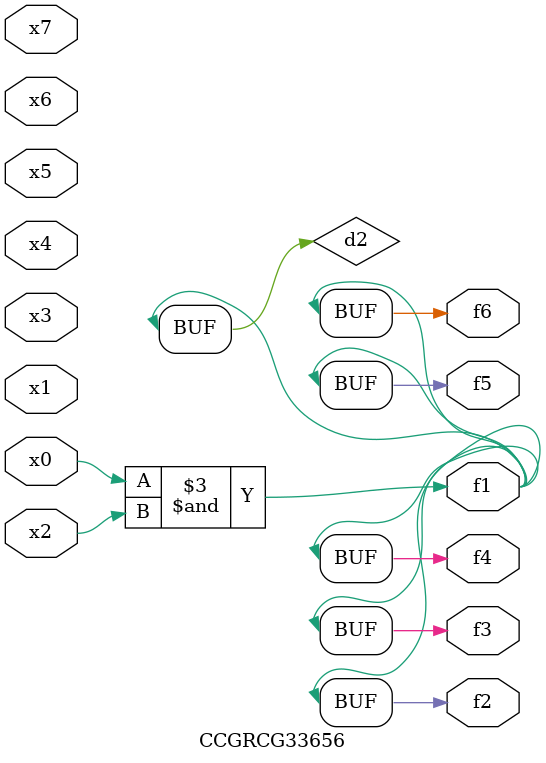
<source format=v>
module CCGRCG33656(
	input x0, x1, x2, x3, x4, x5, x6, x7,
	output f1, f2, f3, f4, f5, f6
);

	wire d1, d2;

	nor (d1, x3, x6);
	and (d2, x0, x2);
	assign f1 = d2;
	assign f2 = d2;
	assign f3 = d2;
	assign f4 = d2;
	assign f5 = d2;
	assign f6 = d2;
endmodule

</source>
